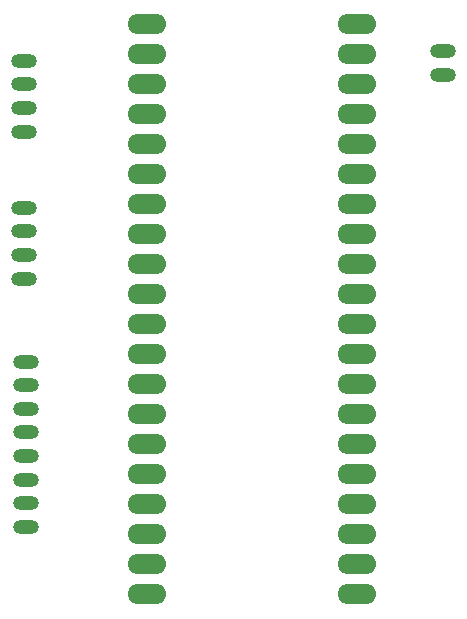
<source format=gbs>
G04 Layer: BottomSolderMaskLayer*
G04 EasyEDA v6.5.22, 2023-01-22 13:06:19*
G04 0c68e4b3833447f1a742fbae9dbd46bb,e6ab44e7981244f9a09eab8f9c412657,10*
G04 Gerber Generator version 0.2*
G04 Scale: 100 percent, Rotated: No, Reflected: No *
G04 Dimensions in millimeters *
G04 leading zeros omitted , absolute positions ,4 integer and 5 decimal *
%FSLAX45Y45*%
%MOMM*%

%AMMACRO1*1,1,$1,$2,$3*1,1,$1,$4,$5*1,1,$1,0-$2,0-$3*1,1,$1,0-$4,0-$5*20,1,$1,$2,$3,$4,$5,0*20,1,$1,$4,$5,0-$2,0-$3,0*20,1,$1,0-$2,0-$3,0-$4,0-$5,0*20,1,$1,0-$4,0-$5,$2,$3,0*4,1,4,$2,$3,$4,$5,0-$2,0-$3,0-$4,0-$5,$2,$3,0*%
%ADD10O,2.2031959999999997X1.203198*%
%ADD11C,1.6764*%
%ADD12R,1.6764X1.6764*%
%ADD13MACRO1,0.1016X0.7874X0.7874X0.7874X-0.7874*%
%ADD14O,3.3015936X1.7015968000000001*%

%LPD*%
D10*
G01*
X4737100Y8370900D03*
G01*
X4737100Y8570899D03*
D11*
G01*
X2235200Y8801100D03*
G01*
X2235200Y8547100D03*
G01*
X2235200Y8293100D03*
G01*
X2235200Y8039100D03*
G01*
X2235200Y7785100D03*
G01*
X2235200Y7531100D03*
G01*
X2235200Y7277100D03*
G01*
X2235200Y7023100D03*
G01*
X2235200Y6769100D03*
G01*
X2235200Y6515100D03*
G01*
X2235200Y6261100D03*
G01*
X2235200Y6007100D03*
G01*
X2235200Y5753100D03*
G01*
X2235200Y5499100D03*
G01*
X2235200Y5245100D03*
G01*
X2235200Y4991100D03*
G01*
X2235200Y4737100D03*
G01*
X2235200Y4483100D03*
G01*
X2235200Y4229100D03*
D12*
G01*
X2235200Y3975100D03*
D11*
G01*
X4013200Y3975100D03*
G01*
X4013200Y4229100D03*
G01*
X4013200Y4483100D03*
G01*
X4013200Y4737100D03*
G01*
X4013200Y4991100D03*
G01*
X4013200Y5245100D03*
G01*
X4013200Y5499100D03*
G01*
X4013200Y5753100D03*
G01*
X4013200Y6007100D03*
G01*
X4013200Y6261100D03*
G01*
X4013200Y6515100D03*
G01*
X4013200Y6769100D03*
G01*
X4013200Y7023100D03*
G01*
X4013200Y7277100D03*
G01*
X4013200Y7531100D03*
G01*
X4013200Y7785100D03*
G01*
X4013200Y8039100D03*
G01*
X4013200Y8293100D03*
G01*
X4013200Y8547100D03*
D13*
G01*
X4013200Y8801100D03*
D10*
G01*
X1193800Y7046899D03*
G01*
X1193800Y7246899D03*
G01*
X1193800Y6846900D03*
G01*
X1193800Y6646900D03*
G01*
X1193800Y8291499D03*
G01*
X1193800Y8491499D03*
G01*
X1193800Y8091500D03*
G01*
X1193800Y7891500D03*
G01*
X1206500Y4945100D03*
G01*
X1206500Y5145100D03*
G01*
X1206500Y5345099D03*
G01*
X1206500Y4745101D03*
G01*
X1206500Y4545101D03*
G01*
X1206500Y5545099D03*
G01*
X1206500Y5745098D03*
G01*
X1206500Y5945098D03*
D14*
G01*
X2235200Y8801100D03*
G01*
X2235200Y8547100D03*
G01*
X2235200Y8293100D03*
G01*
X2235200Y8039100D03*
G01*
X2235200Y7785100D03*
G01*
X2235200Y7531100D03*
G01*
X2235200Y7277100D03*
G01*
X2235200Y7023100D03*
G01*
X2235200Y6769100D03*
G01*
X2235200Y6515100D03*
G01*
X2235200Y6261100D03*
G01*
X2235200Y6007100D03*
G01*
X2235200Y5753100D03*
G01*
X2235200Y5499100D03*
G01*
X2235200Y5245100D03*
G01*
X2235200Y4991100D03*
G01*
X2235200Y4737100D03*
G01*
X2235200Y4483100D03*
G01*
X2235200Y4229100D03*
G01*
X2235200Y3975100D03*
G01*
X4013200Y3975100D03*
G01*
X4013200Y4229100D03*
G01*
X4013200Y4483100D03*
G01*
X4013200Y4737100D03*
G01*
X4013200Y4991100D03*
G01*
X4013200Y5245100D03*
G01*
X4013200Y5499100D03*
G01*
X4013200Y5753100D03*
G01*
X4013200Y6007100D03*
G01*
X4013200Y6261100D03*
G01*
X4013200Y6515100D03*
G01*
X4013200Y6769100D03*
G01*
X4013200Y7023100D03*
G01*
X4013200Y7277100D03*
G01*
X4013200Y7531100D03*
G01*
X4013200Y7785100D03*
G01*
X4013200Y8039100D03*
G01*
X4013200Y8293100D03*
G01*
X4013200Y8547100D03*
G01*
X4013200Y8801100D03*
M02*

</source>
